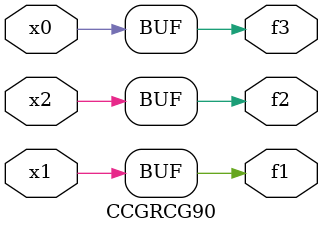
<source format=v>
module CCGRCG90(
	input x0, x1, x2,
	output f1, f2, f3
);
	assign f1 = x1;
	assign f2 = x2;
	assign f3 = x0;
endmodule

</source>
